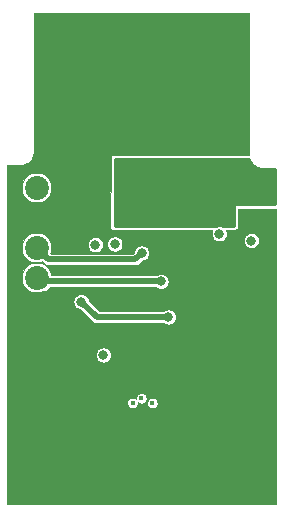
<source format=gbr>
%TF.GenerationSoftware,KiCad,Pcbnew,5.1.5-52549c5~84~ubuntu18.04.1*%
%TF.CreationDate,2020-02-04T01:27:03+01:00*%
%TF.ProjectId,HMC_RF_IPE,484d435f-5246-45f4-9950-452e6b696361,rev?*%
%TF.SameCoordinates,Original*%
%TF.FileFunction,Copper,L3,Inr*%
%TF.FilePolarity,Positive*%
%FSLAX46Y46*%
G04 Gerber Fmt 4.6, Leading zero omitted, Abs format (unit mm)*
G04 Created by KiCad (PCBNEW 5.1.5-52549c5~84~ubuntu18.04.1) date 2020-02-04 01:27:03*
%MOMM*%
%LPD*%
G04 APERTURE LIST*
%TA.AperFunction,ViaPad*%
%ADD10C,2.020000*%
%TD*%
%TA.AperFunction,ViaPad*%
%ADD11C,0.400000*%
%TD*%
%TA.AperFunction,ViaPad*%
%ADD12C,0.800000*%
%TD*%
%TA.AperFunction,Conductor*%
%ADD13C,0.510000*%
%TD*%
%TA.AperFunction,Conductor*%
%ADD14C,0.300000*%
%TD*%
%TA.AperFunction,Conductor*%
%ADD15C,0.254000*%
%TD*%
%TA.AperFunction,Conductor*%
%ADD16C,0.100000*%
%TD*%
G04 APERTURE END LIST*
D10*
%TO.N,+5V*%
%TO.C,J1*%
X133513410Y-71773200D03*
%TO.N,GND*%
X133513410Y-74313200D03*
%TO.N,Net-(J1-Pad3)*%
X133513410Y-76853200D03*
%TO.N,Net-(J1-Pad4)*%
X133513410Y-79393200D03*
%TD*%
D11*
%TO.N,GND*%
X142383410Y-92253200D03*
D12*
X136853410Y-71583200D03*
D11*
X141033410Y-90753200D03*
X144663410Y-90143200D03*
X140083410Y-90143200D03*
D12*
X131798410Y-83848200D03*
X131853410Y-81338200D03*
X132948410Y-83848200D03*
X132953410Y-81368200D03*
X136163410Y-81348200D03*
X153055410Y-75939200D03*
D11*
X148099874Y-89973200D03*
X147118186Y-89973200D03*
X146136498Y-89973200D03*
X145333410Y-89953200D03*
X147939874Y-89213200D03*
X146958186Y-89213200D03*
X145976498Y-89213200D03*
X145173410Y-89193200D03*
X139299874Y-89923200D03*
X138318186Y-89923200D03*
X137336498Y-89923200D03*
X136533410Y-89903200D03*
X139789874Y-89203200D03*
X138808186Y-89203200D03*
X137826498Y-89203200D03*
X137023410Y-89183200D03*
X139799874Y-86943200D03*
X138818186Y-86943200D03*
X147839874Y-86863200D03*
X146858186Y-86863200D03*
X145876498Y-86863200D03*
X145073410Y-86843200D03*
X136106036Y-94793200D03*
X137057880Y-94793200D03*
X138009723Y-94793200D03*
X138961566Y-94793200D03*
X145666036Y-94743200D03*
X146617880Y-94743200D03*
X147569723Y-94743200D03*
X148521566Y-94743200D03*
X132336036Y-86123200D03*
X133287880Y-86123200D03*
X134239723Y-86123200D03*
X135191566Y-86123200D03*
X132196036Y-98273200D03*
X133147880Y-98273200D03*
X134099723Y-98273200D03*
X135051566Y-98273200D03*
X149786036Y-98273200D03*
X150737880Y-98273200D03*
X151689723Y-98273200D03*
X152641566Y-98273200D03*
X149836036Y-86173200D03*
X150787880Y-86173200D03*
X151739723Y-86173200D03*
X152691566Y-86173200D03*
X138752402Y-60753000D03*
X137921002Y-60753000D03*
X137089601Y-60753000D03*
X136258201Y-60753000D03*
X135426800Y-60753000D03*
X134595400Y-60753000D03*
X133764000Y-60753000D03*
X138742402Y-65303000D03*
X137911002Y-65303000D03*
X137079601Y-65303000D03*
X136248201Y-65303000D03*
X135416800Y-65303000D03*
X134585400Y-65303000D03*
X133754000Y-65303000D03*
X151202402Y-65383000D03*
X150371002Y-65383000D03*
X149539601Y-65383000D03*
X148708201Y-65383000D03*
X147876800Y-65383000D03*
X147045400Y-65383000D03*
X146214000Y-65383000D03*
X151212402Y-60633000D03*
X150381002Y-60633000D03*
X149549601Y-60633000D03*
X148718201Y-60633000D03*
X147886800Y-60633000D03*
X147055400Y-60633000D03*
X146224000Y-60633000D03*
X143773410Y-93483200D03*
X141023410Y-93483200D03*
X144843410Y-91453200D03*
X144843410Y-90753200D03*
X143783410Y-90753200D03*
X151536624Y-94735200D03*
X153500000Y-94735200D03*
X149573249Y-94735200D03*
X151536624Y-89909200D03*
X153500000Y-89909200D03*
X149573249Y-89909200D03*
X133280506Y-94735200D03*
X131376820Y-94735200D03*
X135184193Y-94735200D03*
X133280506Y-89909200D03*
X131376820Y-89909200D03*
X135184193Y-89909200D03*
X144664811Y-94735200D03*
X139913410Y-94743200D03*
X142387410Y-95497200D03*
X140863410Y-95497200D03*
X141616811Y-95517200D03*
X143149410Y-95497200D03*
X143911410Y-95497200D03*
X143911410Y-94735200D03*
X140863410Y-94043200D03*
X141963410Y-92713200D03*
X142793410Y-92723200D03*
X142793410Y-91863200D03*
X141973410Y-91873200D03*
X143149410Y-94735200D03*
X142387410Y-94735200D03*
X141616811Y-94755200D03*
X140863410Y-94735200D03*
X143923410Y-94053200D03*
X132328663Y-93973200D03*
X133280506Y-93973200D03*
X134232350Y-93973200D03*
X135184193Y-93973200D03*
X136136036Y-93973200D03*
X137087880Y-93973200D03*
X138039723Y-93973200D03*
X138991566Y-93973200D03*
X131376820Y-93973200D03*
X139943410Y-93973200D03*
X138991566Y-90773200D03*
X138039723Y-90773200D03*
X137087880Y-90773200D03*
X136136036Y-90773200D03*
X135184193Y-90773200D03*
X134232350Y-90773200D03*
X133280506Y-90773200D03*
X132328663Y-90773200D03*
X139943410Y-90773200D03*
X131376820Y-90773200D03*
X145646498Y-93973200D03*
X146628186Y-93973200D03*
X147609874Y-93973200D03*
X148591561Y-93973200D03*
X149573249Y-93973200D03*
X150554937Y-93973200D03*
X151536624Y-93973200D03*
X152518312Y-93973200D03*
X144774811Y-93993200D03*
X153500000Y-93973200D03*
X152518312Y-90773200D03*
X151536624Y-90773200D03*
X150554937Y-90773200D03*
X149573249Y-90773200D03*
X148591561Y-90773200D03*
X147609874Y-90773200D03*
X146628186Y-90773200D03*
X145646498Y-90773200D03*
X153500000Y-90773200D03*
X132328663Y-93273200D03*
X133280506Y-93273200D03*
X134232350Y-93273200D03*
X135184193Y-93273200D03*
X136136036Y-93273200D03*
X137087880Y-93273200D03*
X138039723Y-93273200D03*
X138991566Y-93273200D03*
X131376820Y-93273200D03*
X138991566Y-91473200D03*
X138039723Y-91473200D03*
X137087880Y-91473200D03*
X136136036Y-91473200D03*
X135184193Y-91473200D03*
X134232350Y-91473200D03*
X133280506Y-91473200D03*
X132328663Y-91473200D03*
X139943410Y-91473200D03*
X131376820Y-91473200D03*
X145646498Y-93273200D03*
X146628186Y-93273200D03*
X147609874Y-93273200D03*
X148591561Y-93273200D03*
X149573249Y-93273200D03*
X150554937Y-93273200D03*
X151536624Y-93273200D03*
X152518312Y-93273200D03*
X144774811Y-93293200D03*
X139943410Y-93273200D03*
X153500000Y-93273200D03*
X152518312Y-91473200D03*
X151536624Y-91473200D03*
X150554937Y-91473200D03*
X149573249Y-91473200D03*
X148591561Y-91473200D03*
X147609874Y-91473200D03*
X146628186Y-91473200D03*
X145646498Y-91473200D03*
X153500000Y-91473200D03*
X134585400Y-64633000D03*
X135416800Y-64633000D03*
X136248201Y-64633000D03*
X137079601Y-64633000D03*
X137911002Y-64633000D03*
X138742402Y-64633000D03*
X139573803Y-64633000D03*
X140405203Y-64633000D03*
X141236604Y-64633000D03*
X142068004Y-64633000D03*
X142899405Y-64633000D03*
X143730805Y-64633000D03*
X144562206Y-64633000D03*
X145393606Y-64633000D03*
X146225007Y-64633000D03*
X147056407Y-64633000D03*
X147887808Y-64633000D03*
X148719208Y-64633000D03*
X149550609Y-64633000D03*
X150382009Y-64633000D03*
X133754000Y-64633000D03*
X151213410Y-64633000D03*
X150382009Y-61433000D03*
X149550609Y-61433000D03*
X148719208Y-61433000D03*
X147887808Y-61433000D03*
X147056407Y-61433000D03*
X146225007Y-61433000D03*
X145393606Y-61433000D03*
X144562206Y-61433000D03*
X143730805Y-61433000D03*
X142899405Y-61433000D03*
X142068004Y-61433000D03*
X141236604Y-61433000D03*
X140405203Y-61433000D03*
X139573803Y-61433000D03*
X138742402Y-61433000D03*
X137911002Y-61433000D03*
X137079601Y-61433000D03*
X136248201Y-61433000D03*
X135416800Y-61433000D03*
X134585400Y-61433000D03*
X151213410Y-61433000D03*
X133754000Y-61433000D03*
X134585400Y-63933000D03*
X135416800Y-63933000D03*
X136248201Y-63933000D03*
X137079601Y-63933000D03*
X137911002Y-63933000D03*
X138742402Y-63933000D03*
X139573803Y-63933000D03*
X140405203Y-63933000D03*
X141236604Y-63933000D03*
X142068004Y-63933000D03*
X142899405Y-63933000D03*
X143730805Y-63933000D03*
X144562206Y-63933000D03*
X145393606Y-63933000D03*
X146225007Y-63933000D03*
X147056407Y-63933000D03*
X147887808Y-63933000D03*
X148719208Y-63933000D03*
X149550609Y-63933000D03*
X150382009Y-63933000D03*
X133754000Y-63933000D03*
X151213410Y-63933000D03*
X150382009Y-62133000D03*
X149550609Y-62133000D03*
X148719208Y-62133000D03*
X147887808Y-62133000D03*
X147056407Y-62133000D03*
X146225007Y-62133000D03*
X145393606Y-62133000D03*
X144562206Y-62133000D03*
X143730805Y-62133000D03*
X142899405Y-62133000D03*
X142068004Y-62133000D03*
X141236604Y-62133000D03*
X140405203Y-62133000D03*
X139573803Y-62133000D03*
X138742402Y-62133000D03*
X137911002Y-62133000D03*
X137079601Y-62133000D03*
X136248201Y-62133000D03*
X135416800Y-62133000D03*
X134585400Y-62133000D03*
X151213410Y-62133000D03*
X133754000Y-62133000D03*
X137836498Y-86943200D03*
X137033410Y-86923200D03*
D12*
X150515410Y-75685200D03*
X152963410Y-78930700D03*
X152963410Y-80768200D03*
X152963410Y-82605700D03*
X152963410Y-84443200D03*
X144163410Y-80853200D03*
X131683410Y-76843200D03*
X131673410Y-78163200D03*
X131623410Y-79773200D03*
X133583410Y-69903200D03*
X131873410Y-70383200D03*
X135103410Y-72623200D03*
X135143410Y-73773200D03*
X131783410Y-72603200D03*
X131753410Y-74873200D03*
X135303410Y-71233200D03*
X139273410Y-74333200D03*
X135021410Y-75177200D03*
X144673410Y-77717200D03*
X142641410Y-75939200D03*
%TO.N,VSS*%
X151703410Y-76263200D03*
%TO.N,Net-(C10-Pad1)*%
X138493410Y-76613200D03*
%TO.N,Net-(J1-Pad4)*%
X144053410Y-79723200D03*
%TO.N,Net-(J1-Pad3)*%
X142413410Y-77323200D03*
%TO.N,Net-(R2-Pad2)*%
X139173410Y-85948200D03*
%TO.N,Net-(R3-Pad2)*%
X148991410Y-75685200D03*
D11*
%TO.N,/Control/I*%
X142393410Y-89613200D03*
D12*
%TO.N,Net-(C11-Pad1)*%
X137293410Y-81433200D03*
X144683410Y-82740199D03*
%TO.N,Net-(C13-Pad1)*%
X140143410Y-76543200D03*
D11*
%TO.N,Net-(C14-Pad1)*%
X141643410Y-90003200D03*
D12*
%TO.N,GNDS*%
X141819410Y-74433200D03*
X150848410Y-70348200D03*
X151823410Y-70348200D03*
X143149410Y-74415200D03*
X140723410Y-73399200D03*
X140733410Y-74433200D03*
X149193410Y-71613200D03*
X145663410Y-74683200D03*
X153198410Y-72323200D03*
X147623410Y-73073200D03*
D11*
%TO.N,Net-(C17-Pad1)*%
X143323410Y-90023200D03*
%TD*%
D13*
%TO.N,Net-(J1-Pad4)*%
X134153410Y-80033200D02*
X133513410Y-79393200D01*
X133843410Y-79723200D02*
X133513410Y-79393200D01*
X144053410Y-79723200D02*
X133843410Y-79723200D01*
D14*
%TO.N,Net-(J1-Pad3)*%
X133953410Y-77293200D02*
X133513410Y-76853200D01*
D13*
X134523409Y-77863199D02*
X133513410Y-76853200D01*
X141873411Y-77863199D02*
X134523409Y-77863199D01*
X142413410Y-77323200D02*
X141873411Y-77863199D01*
%TO.N,Net-(C11-Pad1)*%
X138600409Y-82740199D02*
X137293410Y-81433200D01*
X144683410Y-82740199D02*
X138600409Y-82740199D01*
%TD*%
D15*
%TO.N,GNDS*%
G36*
X151492925Y-69387958D02*
G01*
X151499429Y-69404435D01*
X151500895Y-69407245D01*
X151603315Y-69600359D01*
X151614684Y-69617510D01*
X151625809Y-69634813D01*
X151627792Y-69637285D01*
X151765770Y-69806828D01*
X151780258Y-69821448D01*
X151794530Y-69836258D01*
X151796949Y-69838292D01*
X151796954Y-69838297D01*
X151796959Y-69838301D01*
X151965237Y-69977811D01*
X151982286Y-69989337D01*
X151999164Y-70001093D01*
X152001939Y-70002623D01*
X152194114Y-70106792D01*
X152213019Y-70114762D01*
X152231917Y-70123042D01*
X152234936Y-70124003D01*
X152443684Y-70188863D01*
X152463812Y-70193017D01*
X152483924Y-70197461D01*
X152487071Y-70197817D01*
X152487073Y-70197817D01*
X152683078Y-70218627D01*
X152683904Y-70218877D01*
X152717256Y-70222163D01*
X153676410Y-70222193D01*
X153676410Y-73174932D01*
X150358398Y-73171200D01*
X150333619Y-73173612D01*
X150309786Y-73180813D01*
X150287816Y-73192524D01*
X150268554Y-73208296D01*
X150252738Y-73227524D01*
X150240977Y-73249467D01*
X150233723Y-73273283D01*
X150231257Y-73297535D01*
X150222237Y-75019737D01*
X150219160Y-75021012D01*
X149284387Y-75019656D01*
X149203468Y-74986138D01*
X149063013Y-74958200D01*
X148919807Y-74958200D01*
X148779352Y-74986138D01*
X148700478Y-75018809D01*
X140135911Y-75006385D01*
X140164911Y-69380286D01*
X151492925Y-69387958D01*
G37*
X151492925Y-69387958D02*
X151499429Y-69404435D01*
X151500895Y-69407245D01*
X151603315Y-69600359D01*
X151614684Y-69617510D01*
X151625809Y-69634813D01*
X151627792Y-69637285D01*
X151765770Y-69806828D01*
X151780258Y-69821448D01*
X151794530Y-69836258D01*
X151796949Y-69838292D01*
X151796954Y-69838297D01*
X151796959Y-69838301D01*
X151965237Y-69977811D01*
X151982286Y-69989337D01*
X151999164Y-70001093D01*
X152001939Y-70002623D01*
X152194114Y-70106792D01*
X152213019Y-70114762D01*
X152231917Y-70123042D01*
X152234936Y-70124003D01*
X152443684Y-70188863D01*
X152463812Y-70193017D01*
X152483924Y-70197461D01*
X152487071Y-70197817D01*
X152487073Y-70197817D01*
X152683078Y-70218627D01*
X152683904Y-70218877D01*
X152717256Y-70222163D01*
X153676410Y-70222193D01*
X153676410Y-73174932D01*
X150358398Y-73171200D01*
X150333619Y-73173612D01*
X150309786Y-73180813D01*
X150287816Y-73192524D01*
X150268554Y-73208296D01*
X150252738Y-73227524D01*
X150240977Y-73249467D01*
X150233723Y-73273283D01*
X150231257Y-73297535D01*
X150222237Y-75019737D01*
X150219160Y-75021012D01*
X149284387Y-75019656D01*
X149203468Y-74986138D01*
X149063013Y-74958200D01*
X148919807Y-74958200D01*
X148779352Y-74986138D01*
X148700478Y-75018809D01*
X140135911Y-75006385D01*
X140164911Y-69380286D01*
X151492925Y-69387958D01*
D16*
%TO.N,GND*%
G36*
X151416467Y-57001563D02*
G01*
X151418005Y-57002029D01*
X151424422Y-57002661D01*
X151434009Y-57005457D01*
X151436566Y-57006436D01*
X151436672Y-57006523D01*
X151445304Y-57011137D01*
X151445831Y-57011779D01*
X151451450Y-57016390D01*
X151451981Y-57016935D01*
X151455295Y-57020870D01*
X151456058Y-57022044D01*
X151462476Y-57032236D01*
X151463190Y-57033546D01*
X151463359Y-57033924D01*
X151463442Y-57034196D01*
X151463581Y-57035605D01*
X151466282Y-57044509D01*
X151467410Y-57053533D01*
X151467411Y-68865692D01*
X151467376Y-68873294D01*
X151467986Y-68879822D01*
X151467887Y-68886380D01*
X151468075Y-68888465D01*
X151479955Y-69010949D01*
X140038734Y-69003200D01*
X139991057Y-69007756D01*
X139944086Y-69021740D01*
X139900746Y-69044619D01*
X139862702Y-69075514D01*
X139831416Y-69113238D01*
X139808091Y-69156340D01*
X139793623Y-69203164D01*
X139788568Y-69251911D01*
X139758259Y-75131911D01*
X139762989Y-75181617D01*
X139777148Y-75228536D01*
X139800187Y-75271791D01*
X139831223Y-75309720D01*
X139869062Y-75340866D01*
X139912250Y-75364031D01*
X139959128Y-75378325D01*
X140007893Y-75383200D01*
X148407901Y-75395385D01*
X148366389Y-75495602D01*
X148341410Y-75621181D01*
X148341410Y-75749219D01*
X148366389Y-75874798D01*
X148415388Y-75993090D01*
X148486522Y-76099551D01*
X148577059Y-76190088D01*
X148683520Y-76261222D01*
X148801812Y-76310221D01*
X148927391Y-76335200D01*
X149055429Y-76335200D01*
X149181008Y-76310221D01*
X149299300Y-76261222D01*
X149392152Y-76199181D01*
X151053410Y-76199181D01*
X151053410Y-76327219D01*
X151078389Y-76452798D01*
X151127388Y-76571090D01*
X151198522Y-76677551D01*
X151289059Y-76768088D01*
X151395520Y-76839222D01*
X151513812Y-76888221D01*
X151639391Y-76913200D01*
X151767429Y-76913200D01*
X151893008Y-76888221D01*
X152011300Y-76839222D01*
X152117761Y-76768088D01*
X152208298Y-76677551D01*
X152279432Y-76571090D01*
X152328431Y-76452798D01*
X152353410Y-76327219D01*
X152353410Y-76199181D01*
X152328431Y-76073602D01*
X152279432Y-75955310D01*
X152208298Y-75848849D01*
X152117761Y-75758312D01*
X152011300Y-75687178D01*
X151893008Y-75638179D01*
X151767429Y-75613200D01*
X151639391Y-75613200D01*
X151513812Y-75638179D01*
X151395520Y-75687178D01*
X151289059Y-75758312D01*
X151198522Y-75848849D01*
X151127388Y-75955310D01*
X151078389Y-76073602D01*
X151053410Y-76199181D01*
X149392152Y-76199181D01*
X149405761Y-76190088D01*
X149496298Y-76099551D01*
X149567432Y-75993090D01*
X149616431Y-75874798D01*
X149641410Y-75749219D01*
X149641410Y-75621181D01*
X149616431Y-75495602D01*
X149575621Y-75397079D01*
X150348202Y-75398200D01*
X150396053Y-75393648D01*
X150443025Y-75379668D01*
X150486367Y-75356792D01*
X150524413Y-75325900D01*
X150555702Y-75288179D01*
X150579031Y-75245079D01*
X150593502Y-75198256D01*
X150598562Y-75149509D01*
X150606948Y-73548480D01*
X153753410Y-73552019D01*
X153753411Y-98574200D01*
X131043410Y-98574200D01*
X131043410Y-89958879D01*
X141193410Y-89958879D01*
X141193410Y-90047521D01*
X141210704Y-90134460D01*
X141244625Y-90216355D01*
X141293872Y-90290058D01*
X141356552Y-90352738D01*
X141430255Y-90401985D01*
X141512150Y-90435906D01*
X141599089Y-90453200D01*
X141687731Y-90453200D01*
X141774670Y-90435906D01*
X141856565Y-90401985D01*
X141930268Y-90352738D01*
X141992948Y-90290058D01*
X142042195Y-90216355D01*
X142076116Y-90134460D01*
X142093410Y-90047521D01*
X142093410Y-89958879D01*
X142091105Y-89947291D01*
X142106552Y-89962738D01*
X142180255Y-90011985D01*
X142262150Y-90045906D01*
X142349089Y-90063200D01*
X142437731Y-90063200D01*
X142524670Y-90045906D01*
X142606565Y-90011985D01*
X142656111Y-89978879D01*
X142873410Y-89978879D01*
X142873410Y-90067521D01*
X142890704Y-90154460D01*
X142924625Y-90236355D01*
X142973872Y-90310058D01*
X143036552Y-90372738D01*
X143110255Y-90421985D01*
X143192150Y-90455906D01*
X143279089Y-90473200D01*
X143367731Y-90473200D01*
X143454670Y-90455906D01*
X143536565Y-90421985D01*
X143610268Y-90372738D01*
X143672948Y-90310058D01*
X143722195Y-90236355D01*
X143756116Y-90154460D01*
X143773410Y-90067521D01*
X143773410Y-89978879D01*
X143756116Y-89891940D01*
X143722195Y-89810045D01*
X143672948Y-89736342D01*
X143610268Y-89673662D01*
X143536565Y-89624415D01*
X143454670Y-89590494D01*
X143367731Y-89573200D01*
X143279089Y-89573200D01*
X143192150Y-89590494D01*
X143110255Y-89624415D01*
X143036552Y-89673662D01*
X142973872Y-89736342D01*
X142924625Y-89810045D01*
X142890704Y-89891940D01*
X142873410Y-89978879D01*
X142656111Y-89978879D01*
X142680268Y-89962738D01*
X142742948Y-89900058D01*
X142792195Y-89826355D01*
X142826116Y-89744460D01*
X142843410Y-89657521D01*
X142843410Y-89568879D01*
X142826116Y-89481940D01*
X142792195Y-89400045D01*
X142742948Y-89326342D01*
X142680268Y-89263662D01*
X142606565Y-89214415D01*
X142524670Y-89180494D01*
X142437731Y-89163200D01*
X142349089Y-89163200D01*
X142262150Y-89180494D01*
X142180255Y-89214415D01*
X142106552Y-89263662D01*
X142043872Y-89326342D01*
X141994625Y-89400045D01*
X141960704Y-89481940D01*
X141943410Y-89568879D01*
X141943410Y-89657521D01*
X141945715Y-89669109D01*
X141930268Y-89653662D01*
X141856565Y-89604415D01*
X141774670Y-89570494D01*
X141687731Y-89553200D01*
X141599089Y-89553200D01*
X141512150Y-89570494D01*
X141430255Y-89604415D01*
X141356552Y-89653662D01*
X141293872Y-89716342D01*
X141244625Y-89790045D01*
X141210704Y-89871940D01*
X141193410Y-89958879D01*
X131043410Y-89958879D01*
X131043410Y-85884181D01*
X138523410Y-85884181D01*
X138523410Y-86012219D01*
X138548389Y-86137798D01*
X138597388Y-86256090D01*
X138668522Y-86362551D01*
X138759059Y-86453088D01*
X138865520Y-86524222D01*
X138983812Y-86573221D01*
X139109391Y-86598200D01*
X139237429Y-86598200D01*
X139363008Y-86573221D01*
X139481300Y-86524222D01*
X139587761Y-86453088D01*
X139678298Y-86362551D01*
X139749432Y-86256090D01*
X139798431Y-86137798D01*
X139823410Y-86012219D01*
X139823410Y-85884181D01*
X139798431Y-85758602D01*
X139749432Y-85640310D01*
X139678298Y-85533849D01*
X139587761Y-85443312D01*
X139481300Y-85372178D01*
X139363008Y-85323179D01*
X139237429Y-85298200D01*
X139109391Y-85298200D01*
X138983812Y-85323179D01*
X138865520Y-85372178D01*
X138759059Y-85443312D01*
X138668522Y-85533849D01*
X138597388Y-85640310D01*
X138548389Y-85758602D01*
X138523410Y-85884181D01*
X131043410Y-85884181D01*
X131043410Y-81369181D01*
X136643410Y-81369181D01*
X136643410Y-81497219D01*
X136668389Y-81622798D01*
X136717388Y-81741090D01*
X136788522Y-81847551D01*
X136879059Y-81938088D01*
X136985520Y-82009222D01*
X137103812Y-82058221D01*
X137229194Y-82083161D01*
X138225781Y-83079748D01*
X138241593Y-83099015D01*
X138260860Y-83114827D01*
X138318488Y-83162122D01*
X138406219Y-83209015D01*
X138501412Y-83237892D01*
X138575604Y-83245199D01*
X138575614Y-83245199D01*
X138600409Y-83247641D01*
X138625204Y-83245199D01*
X144269227Y-83245199D01*
X144375520Y-83316221D01*
X144493812Y-83365220D01*
X144619391Y-83390199D01*
X144747429Y-83390199D01*
X144873008Y-83365220D01*
X144991300Y-83316221D01*
X145097761Y-83245087D01*
X145188298Y-83154550D01*
X145259432Y-83048089D01*
X145308431Y-82929797D01*
X145333410Y-82804218D01*
X145333410Y-82676180D01*
X145308431Y-82550601D01*
X145259432Y-82432309D01*
X145188298Y-82325848D01*
X145097761Y-82235311D01*
X144991300Y-82164177D01*
X144873008Y-82115178D01*
X144747429Y-82090199D01*
X144619391Y-82090199D01*
X144493812Y-82115178D01*
X144375520Y-82164177D01*
X144269227Y-82235199D01*
X138809586Y-82235199D01*
X137943371Y-81368984D01*
X137918431Y-81243602D01*
X137869432Y-81125310D01*
X137798298Y-81018849D01*
X137707761Y-80928312D01*
X137601300Y-80857178D01*
X137483008Y-80808179D01*
X137357429Y-80783200D01*
X137229391Y-80783200D01*
X137103812Y-80808179D01*
X136985520Y-80857178D01*
X136879059Y-80928312D01*
X136788522Y-81018849D01*
X136717388Y-81125310D01*
X136668389Y-81243602D01*
X136643410Y-81369181D01*
X131043410Y-81369181D01*
X131043410Y-79269101D01*
X132253410Y-79269101D01*
X132253410Y-79517299D01*
X132301831Y-79760729D01*
X132396812Y-79990034D01*
X132534704Y-80196403D01*
X132710207Y-80371906D01*
X132916576Y-80509798D01*
X133145881Y-80604779D01*
X133389311Y-80653200D01*
X133637509Y-80653200D01*
X133880939Y-80604779D01*
X134058376Y-80531282D01*
X134153410Y-80540642D01*
X134252407Y-80530892D01*
X134347600Y-80502016D01*
X134435330Y-80455123D01*
X134512226Y-80392016D01*
X134575333Y-80315120D01*
X134621793Y-80228200D01*
X143639227Y-80228200D01*
X143745520Y-80299222D01*
X143863812Y-80348221D01*
X143989391Y-80373200D01*
X144117429Y-80373200D01*
X144243008Y-80348221D01*
X144361300Y-80299222D01*
X144467761Y-80228088D01*
X144558298Y-80137551D01*
X144629432Y-80031090D01*
X144678431Y-79912798D01*
X144703410Y-79787219D01*
X144703410Y-79659181D01*
X144678431Y-79533602D01*
X144629432Y-79415310D01*
X144558298Y-79308849D01*
X144467761Y-79218312D01*
X144361300Y-79147178D01*
X144243008Y-79098179D01*
X144117429Y-79073200D01*
X143989391Y-79073200D01*
X143863812Y-79098179D01*
X143745520Y-79147178D01*
X143639227Y-79218200D01*
X134763285Y-79218200D01*
X134724989Y-79025671D01*
X134630008Y-78796366D01*
X134492116Y-78589997D01*
X134316613Y-78414494D01*
X134110244Y-78276602D01*
X133880939Y-78181621D01*
X133637509Y-78133200D01*
X133389311Y-78133200D01*
X133145881Y-78181621D01*
X132916576Y-78276602D01*
X132710207Y-78414494D01*
X132534704Y-78589997D01*
X132396812Y-78796366D01*
X132301831Y-79025671D01*
X132253410Y-79269101D01*
X131043410Y-79269101D01*
X131043410Y-76729101D01*
X132253410Y-76729101D01*
X132253410Y-76977299D01*
X132301831Y-77220729D01*
X132396812Y-77450034D01*
X132534704Y-77656403D01*
X132710207Y-77831906D01*
X132916576Y-77969798D01*
X133145881Y-78064779D01*
X133389311Y-78113200D01*
X133637509Y-78113200D01*
X133880939Y-78064779D01*
X133972773Y-78026740D01*
X134148785Y-78202753D01*
X134164593Y-78222015D01*
X134183855Y-78237823D01*
X134183859Y-78237827D01*
X134241488Y-78285122D01*
X134288381Y-78310186D01*
X134329219Y-78332015D01*
X134424412Y-78360892D01*
X134498604Y-78368199D01*
X134498616Y-78368199D01*
X134523408Y-78370641D01*
X134548200Y-78368199D01*
X141848616Y-78368199D01*
X141873411Y-78370641D01*
X141898206Y-78368199D01*
X141898216Y-78368199D01*
X141972408Y-78360892D01*
X142067601Y-78332015D01*
X142155331Y-78285122D01*
X142232227Y-78222015D01*
X142248039Y-78202748D01*
X142477627Y-77973161D01*
X142603008Y-77948221D01*
X142721300Y-77899222D01*
X142827761Y-77828088D01*
X142918298Y-77737551D01*
X142989432Y-77631090D01*
X143038431Y-77512798D01*
X143063410Y-77387219D01*
X143063410Y-77259181D01*
X143038431Y-77133602D01*
X142989432Y-77015310D01*
X142918298Y-76908849D01*
X142827761Y-76818312D01*
X142721300Y-76747178D01*
X142603008Y-76698179D01*
X142477429Y-76673200D01*
X142349391Y-76673200D01*
X142223812Y-76698179D01*
X142105520Y-76747178D01*
X141999059Y-76818312D01*
X141908522Y-76908849D01*
X141837388Y-77015310D01*
X141788389Y-77133602D01*
X141763449Y-77258983D01*
X141664234Y-77358199D01*
X134732587Y-77358199D01*
X134686950Y-77312563D01*
X134724989Y-77220729D01*
X134773410Y-76977299D01*
X134773410Y-76729101D01*
X134737622Y-76549181D01*
X137843410Y-76549181D01*
X137843410Y-76677219D01*
X137868389Y-76802798D01*
X137917388Y-76921090D01*
X137988522Y-77027551D01*
X138079059Y-77118088D01*
X138185520Y-77189222D01*
X138303812Y-77238221D01*
X138429391Y-77263200D01*
X138557429Y-77263200D01*
X138683008Y-77238221D01*
X138801300Y-77189222D01*
X138907761Y-77118088D01*
X138998298Y-77027551D01*
X139069432Y-76921090D01*
X139118431Y-76802798D01*
X139143410Y-76677219D01*
X139143410Y-76549181D01*
X139129487Y-76479181D01*
X139493410Y-76479181D01*
X139493410Y-76607219D01*
X139518389Y-76732798D01*
X139567388Y-76851090D01*
X139638522Y-76957551D01*
X139729059Y-77048088D01*
X139835520Y-77119222D01*
X139953812Y-77168221D01*
X140079391Y-77193200D01*
X140207429Y-77193200D01*
X140333008Y-77168221D01*
X140451300Y-77119222D01*
X140557761Y-77048088D01*
X140648298Y-76957551D01*
X140719432Y-76851090D01*
X140768431Y-76732798D01*
X140793410Y-76607219D01*
X140793410Y-76479181D01*
X140768431Y-76353602D01*
X140719432Y-76235310D01*
X140648298Y-76128849D01*
X140557761Y-76038312D01*
X140451300Y-75967178D01*
X140333008Y-75918179D01*
X140207429Y-75893200D01*
X140079391Y-75893200D01*
X139953812Y-75918179D01*
X139835520Y-75967178D01*
X139729059Y-76038312D01*
X139638522Y-76128849D01*
X139567388Y-76235310D01*
X139518389Y-76353602D01*
X139493410Y-76479181D01*
X139129487Y-76479181D01*
X139118431Y-76423602D01*
X139069432Y-76305310D01*
X138998298Y-76198849D01*
X138907761Y-76108312D01*
X138801300Y-76037178D01*
X138683008Y-75988179D01*
X138557429Y-75963200D01*
X138429391Y-75963200D01*
X138303812Y-75988179D01*
X138185520Y-76037178D01*
X138079059Y-76108312D01*
X137988522Y-76198849D01*
X137917388Y-76305310D01*
X137868389Y-76423602D01*
X137843410Y-76549181D01*
X134737622Y-76549181D01*
X134724989Y-76485671D01*
X134630008Y-76256366D01*
X134492116Y-76049997D01*
X134316613Y-75874494D01*
X134110244Y-75736602D01*
X133880939Y-75641621D01*
X133637509Y-75593200D01*
X133389311Y-75593200D01*
X133145881Y-75641621D01*
X132916576Y-75736602D01*
X132710207Y-75874494D01*
X132534704Y-76049997D01*
X132396812Y-76256366D01*
X132301831Y-76485671D01*
X132253410Y-76729101D01*
X131043410Y-76729101D01*
X131043410Y-71649101D01*
X132253410Y-71649101D01*
X132253410Y-71897299D01*
X132301831Y-72140729D01*
X132396812Y-72370034D01*
X132534704Y-72576403D01*
X132710207Y-72751906D01*
X132916576Y-72889798D01*
X133145881Y-72984779D01*
X133389311Y-73033200D01*
X133637509Y-73033200D01*
X133880939Y-72984779D01*
X134110244Y-72889798D01*
X134316613Y-72751906D01*
X134492116Y-72576403D01*
X134630008Y-72370034D01*
X134724989Y-72140729D01*
X134773410Y-71897299D01*
X134773410Y-71649101D01*
X134724989Y-71405671D01*
X134630008Y-71176366D01*
X134492116Y-70969997D01*
X134316613Y-70794494D01*
X134110244Y-70656602D01*
X133880939Y-70561621D01*
X133637509Y-70513200D01*
X133389311Y-70513200D01*
X133145881Y-70561621D01*
X132916576Y-70656602D01*
X132710207Y-70794494D01*
X132534704Y-70969997D01*
X132396812Y-71176366D01*
X132301831Y-71405671D01*
X132253410Y-71649101D01*
X131043410Y-71649101D01*
X131043410Y-69887195D01*
X132049992Y-69887163D01*
X132057540Y-69887198D01*
X132064068Y-69886588D01*
X132070626Y-69886687D01*
X132072711Y-69886499D01*
X132290283Y-69865397D01*
X132303620Y-69862771D01*
X132316997Y-69860330D01*
X132319007Y-69859741D01*
X132528335Y-69796782D01*
X132540921Y-69791610D01*
X132553556Y-69786622D01*
X132555413Y-69785654D01*
X132748527Y-69683234D01*
X132759855Y-69675725D01*
X132771294Y-69668370D01*
X132772928Y-69667060D01*
X132942471Y-69529082D01*
X132952168Y-69519472D01*
X132961917Y-69510077D01*
X132963265Y-69508475D01*
X133102779Y-69340193D01*
X133110416Y-69328896D01*
X133118163Y-69317774D01*
X133119174Y-69315940D01*
X133223344Y-69123766D01*
X133228635Y-69111217D01*
X133234081Y-69098786D01*
X133234717Y-69096791D01*
X133299577Y-68888043D01*
X133302327Y-68874715D01*
X133305258Y-68861452D01*
X133305494Y-68859371D01*
X133327073Y-68656115D01*
X133327239Y-68655569D01*
X133329410Y-68633525D01*
X133329410Y-57055164D01*
X133329772Y-57052143D01*
X133330239Y-57050605D01*
X133330871Y-57044188D01*
X133333667Y-57034601D01*
X133334646Y-57032044D01*
X133334733Y-57031938D01*
X133339347Y-57023306D01*
X133339989Y-57022779D01*
X133344602Y-57017158D01*
X133345141Y-57016632D01*
X133349073Y-57013321D01*
X133350247Y-57012557D01*
X133360489Y-57006110D01*
X133361750Y-57005423D01*
X133362139Y-57005249D01*
X133362406Y-57005168D01*
X133363815Y-57005029D01*
X133372719Y-57002328D01*
X133381743Y-57001200D01*
X151413446Y-57001200D01*
X151416467Y-57001563D01*
G37*
X151416467Y-57001563D02*
X151418005Y-57002029D01*
X151424422Y-57002661D01*
X151434009Y-57005457D01*
X151436566Y-57006436D01*
X151436672Y-57006523D01*
X151445304Y-57011137D01*
X151445831Y-57011779D01*
X151451450Y-57016390D01*
X151451981Y-57016935D01*
X151455295Y-57020870D01*
X151456058Y-57022044D01*
X151462476Y-57032236D01*
X151463190Y-57033546D01*
X151463359Y-57033924D01*
X151463442Y-57034196D01*
X151463581Y-57035605D01*
X151466282Y-57044509D01*
X151467410Y-57053533D01*
X151467411Y-68865692D01*
X151467376Y-68873294D01*
X151467986Y-68879822D01*
X151467887Y-68886380D01*
X151468075Y-68888465D01*
X151479955Y-69010949D01*
X140038734Y-69003200D01*
X139991057Y-69007756D01*
X139944086Y-69021740D01*
X139900746Y-69044619D01*
X139862702Y-69075514D01*
X139831416Y-69113238D01*
X139808091Y-69156340D01*
X139793623Y-69203164D01*
X139788568Y-69251911D01*
X139758259Y-75131911D01*
X139762989Y-75181617D01*
X139777148Y-75228536D01*
X139800187Y-75271791D01*
X139831223Y-75309720D01*
X139869062Y-75340866D01*
X139912250Y-75364031D01*
X139959128Y-75378325D01*
X140007893Y-75383200D01*
X148407901Y-75395385D01*
X148366389Y-75495602D01*
X148341410Y-75621181D01*
X148341410Y-75749219D01*
X148366389Y-75874798D01*
X148415388Y-75993090D01*
X148486522Y-76099551D01*
X148577059Y-76190088D01*
X148683520Y-76261222D01*
X148801812Y-76310221D01*
X148927391Y-76335200D01*
X149055429Y-76335200D01*
X149181008Y-76310221D01*
X149299300Y-76261222D01*
X149392152Y-76199181D01*
X151053410Y-76199181D01*
X151053410Y-76327219D01*
X151078389Y-76452798D01*
X151127388Y-76571090D01*
X151198522Y-76677551D01*
X151289059Y-76768088D01*
X151395520Y-76839222D01*
X151513812Y-76888221D01*
X151639391Y-76913200D01*
X151767429Y-76913200D01*
X151893008Y-76888221D01*
X152011300Y-76839222D01*
X152117761Y-76768088D01*
X152208298Y-76677551D01*
X152279432Y-76571090D01*
X152328431Y-76452798D01*
X152353410Y-76327219D01*
X152353410Y-76199181D01*
X152328431Y-76073602D01*
X152279432Y-75955310D01*
X152208298Y-75848849D01*
X152117761Y-75758312D01*
X152011300Y-75687178D01*
X151893008Y-75638179D01*
X151767429Y-75613200D01*
X151639391Y-75613200D01*
X151513812Y-75638179D01*
X151395520Y-75687178D01*
X151289059Y-75758312D01*
X151198522Y-75848849D01*
X151127388Y-75955310D01*
X151078389Y-76073602D01*
X151053410Y-76199181D01*
X149392152Y-76199181D01*
X149405761Y-76190088D01*
X149496298Y-76099551D01*
X149567432Y-75993090D01*
X149616431Y-75874798D01*
X149641410Y-75749219D01*
X149641410Y-75621181D01*
X149616431Y-75495602D01*
X149575621Y-75397079D01*
X150348202Y-75398200D01*
X150396053Y-75393648D01*
X150443025Y-75379668D01*
X150486367Y-75356792D01*
X150524413Y-75325900D01*
X150555702Y-75288179D01*
X150579031Y-75245079D01*
X150593502Y-75198256D01*
X150598562Y-75149509D01*
X150606948Y-73548480D01*
X153753410Y-73552019D01*
X153753411Y-98574200D01*
X131043410Y-98574200D01*
X131043410Y-89958879D01*
X141193410Y-89958879D01*
X141193410Y-90047521D01*
X141210704Y-90134460D01*
X141244625Y-90216355D01*
X141293872Y-90290058D01*
X141356552Y-90352738D01*
X141430255Y-90401985D01*
X141512150Y-90435906D01*
X141599089Y-90453200D01*
X141687731Y-90453200D01*
X141774670Y-90435906D01*
X141856565Y-90401985D01*
X141930268Y-90352738D01*
X141992948Y-90290058D01*
X142042195Y-90216355D01*
X142076116Y-90134460D01*
X142093410Y-90047521D01*
X142093410Y-89958879D01*
X142091105Y-89947291D01*
X142106552Y-89962738D01*
X142180255Y-90011985D01*
X142262150Y-90045906D01*
X142349089Y-90063200D01*
X142437731Y-90063200D01*
X142524670Y-90045906D01*
X142606565Y-90011985D01*
X142656111Y-89978879D01*
X142873410Y-89978879D01*
X142873410Y-90067521D01*
X142890704Y-90154460D01*
X142924625Y-90236355D01*
X142973872Y-90310058D01*
X143036552Y-90372738D01*
X143110255Y-90421985D01*
X143192150Y-90455906D01*
X143279089Y-90473200D01*
X143367731Y-90473200D01*
X143454670Y-90455906D01*
X143536565Y-90421985D01*
X143610268Y-90372738D01*
X143672948Y-90310058D01*
X143722195Y-90236355D01*
X143756116Y-90154460D01*
X143773410Y-90067521D01*
X143773410Y-89978879D01*
X143756116Y-89891940D01*
X143722195Y-89810045D01*
X143672948Y-89736342D01*
X143610268Y-89673662D01*
X143536565Y-89624415D01*
X143454670Y-89590494D01*
X143367731Y-89573200D01*
X143279089Y-89573200D01*
X143192150Y-89590494D01*
X143110255Y-89624415D01*
X143036552Y-89673662D01*
X142973872Y-89736342D01*
X142924625Y-89810045D01*
X142890704Y-89891940D01*
X142873410Y-89978879D01*
X142656111Y-89978879D01*
X142680268Y-89962738D01*
X142742948Y-89900058D01*
X142792195Y-89826355D01*
X142826116Y-89744460D01*
X142843410Y-89657521D01*
X142843410Y-89568879D01*
X142826116Y-89481940D01*
X142792195Y-89400045D01*
X142742948Y-89326342D01*
X142680268Y-89263662D01*
X142606565Y-89214415D01*
X142524670Y-89180494D01*
X142437731Y-89163200D01*
X142349089Y-89163200D01*
X142262150Y-89180494D01*
X142180255Y-89214415D01*
X142106552Y-89263662D01*
X142043872Y-89326342D01*
X141994625Y-89400045D01*
X141960704Y-89481940D01*
X141943410Y-89568879D01*
X141943410Y-89657521D01*
X141945715Y-89669109D01*
X141930268Y-89653662D01*
X141856565Y-89604415D01*
X141774670Y-89570494D01*
X141687731Y-89553200D01*
X141599089Y-89553200D01*
X141512150Y-89570494D01*
X141430255Y-89604415D01*
X141356552Y-89653662D01*
X141293872Y-89716342D01*
X141244625Y-89790045D01*
X141210704Y-89871940D01*
X141193410Y-89958879D01*
X131043410Y-89958879D01*
X131043410Y-85884181D01*
X138523410Y-85884181D01*
X138523410Y-86012219D01*
X138548389Y-86137798D01*
X138597388Y-86256090D01*
X138668522Y-86362551D01*
X138759059Y-86453088D01*
X138865520Y-86524222D01*
X138983812Y-86573221D01*
X139109391Y-86598200D01*
X139237429Y-86598200D01*
X139363008Y-86573221D01*
X139481300Y-86524222D01*
X139587761Y-86453088D01*
X139678298Y-86362551D01*
X139749432Y-86256090D01*
X139798431Y-86137798D01*
X139823410Y-86012219D01*
X139823410Y-85884181D01*
X139798431Y-85758602D01*
X139749432Y-85640310D01*
X139678298Y-85533849D01*
X139587761Y-85443312D01*
X139481300Y-85372178D01*
X139363008Y-85323179D01*
X139237429Y-85298200D01*
X139109391Y-85298200D01*
X138983812Y-85323179D01*
X138865520Y-85372178D01*
X138759059Y-85443312D01*
X138668522Y-85533849D01*
X138597388Y-85640310D01*
X138548389Y-85758602D01*
X138523410Y-85884181D01*
X131043410Y-85884181D01*
X131043410Y-81369181D01*
X136643410Y-81369181D01*
X136643410Y-81497219D01*
X136668389Y-81622798D01*
X136717388Y-81741090D01*
X136788522Y-81847551D01*
X136879059Y-81938088D01*
X136985520Y-82009222D01*
X137103812Y-82058221D01*
X137229194Y-82083161D01*
X138225781Y-83079748D01*
X138241593Y-83099015D01*
X138260860Y-83114827D01*
X138318488Y-83162122D01*
X138406219Y-83209015D01*
X138501412Y-83237892D01*
X138575604Y-83245199D01*
X138575614Y-83245199D01*
X138600409Y-83247641D01*
X138625204Y-83245199D01*
X144269227Y-83245199D01*
X144375520Y-83316221D01*
X144493812Y-83365220D01*
X144619391Y-83390199D01*
X144747429Y-83390199D01*
X144873008Y-83365220D01*
X144991300Y-83316221D01*
X145097761Y-83245087D01*
X145188298Y-83154550D01*
X145259432Y-83048089D01*
X145308431Y-82929797D01*
X145333410Y-82804218D01*
X145333410Y-82676180D01*
X145308431Y-82550601D01*
X145259432Y-82432309D01*
X145188298Y-82325848D01*
X145097761Y-82235311D01*
X144991300Y-82164177D01*
X144873008Y-82115178D01*
X144747429Y-82090199D01*
X144619391Y-82090199D01*
X144493812Y-82115178D01*
X144375520Y-82164177D01*
X144269227Y-82235199D01*
X138809586Y-82235199D01*
X137943371Y-81368984D01*
X137918431Y-81243602D01*
X137869432Y-81125310D01*
X137798298Y-81018849D01*
X137707761Y-80928312D01*
X137601300Y-80857178D01*
X137483008Y-80808179D01*
X137357429Y-80783200D01*
X137229391Y-80783200D01*
X137103812Y-80808179D01*
X136985520Y-80857178D01*
X136879059Y-80928312D01*
X136788522Y-81018849D01*
X136717388Y-81125310D01*
X136668389Y-81243602D01*
X136643410Y-81369181D01*
X131043410Y-81369181D01*
X131043410Y-79269101D01*
X132253410Y-79269101D01*
X132253410Y-79517299D01*
X132301831Y-79760729D01*
X132396812Y-79990034D01*
X132534704Y-80196403D01*
X132710207Y-80371906D01*
X132916576Y-80509798D01*
X133145881Y-80604779D01*
X133389311Y-80653200D01*
X133637509Y-80653200D01*
X133880939Y-80604779D01*
X134058376Y-80531282D01*
X134153410Y-80540642D01*
X134252407Y-80530892D01*
X134347600Y-80502016D01*
X134435330Y-80455123D01*
X134512226Y-80392016D01*
X134575333Y-80315120D01*
X134621793Y-80228200D01*
X143639227Y-80228200D01*
X143745520Y-80299222D01*
X143863812Y-80348221D01*
X143989391Y-80373200D01*
X144117429Y-80373200D01*
X144243008Y-80348221D01*
X144361300Y-80299222D01*
X144467761Y-80228088D01*
X144558298Y-80137551D01*
X144629432Y-80031090D01*
X144678431Y-79912798D01*
X144703410Y-79787219D01*
X144703410Y-79659181D01*
X144678431Y-79533602D01*
X144629432Y-79415310D01*
X144558298Y-79308849D01*
X144467761Y-79218312D01*
X144361300Y-79147178D01*
X144243008Y-79098179D01*
X144117429Y-79073200D01*
X143989391Y-79073200D01*
X143863812Y-79098179D01*
X143745520Y-79147178D01*
X143639227Y-79218200D01*
X134763285Y-79218200D01*
X134724989Y-79025671D01*
X134630008Y-78796366D01*
X134492116Y-78589997D01*
X134316613Y-78414494D01*
X134110244Y-78276602D01*
X133880939Y-78181621D01*
X133637509Y-78133200D01*
X133389311Y-78133200D01*
X133145881Y-78181621D01*
X132916576Y-78276602D01*
X132710207Y-78414494D01*
X132534704Y-78589997D01*
X132396812Y-78796366D01*
X132301831Y-79025671D01*
X132253410Y-79269101D01*
X131043410Y-79269101D01*
X131043410Y-76729101D01*
X132253410Y-76729101D01*
X132253410Y-76977299D01*
X132301831Y-77220729D01*
X132396812Y-77450034D01*
X132534704Y-77656403D01*
X132710207Y-77831906D01*
X132916576Y-77969798D01*
X133145881Y-78064779D01*
X133389311Y-78113200D01*
X133637509Y-78113200D01*
X133880939Y-78064779D01*
X133972773Y-78026740D01*
X134148785Y-78202753D01*
X134164593Y-78222015D01*
X134183855Y-78237823D01*
X134183859Y-78237827D01*
X134241488Y-78285122D01*
X134288381Y-78310186D01*
X134329219Y-78332015D01*
X134424412Y-78360892D01*
X134498604Y-78368199D01*
X134498616Y-78368199D01*
X134523408Y-78370641D01*
X134548200Y-78368199D01*
X141848616Y-78368199D01*
X141873411Y-78370641D01*
X141898206Y-78368199D01*
X141898216Y-78368199D01*
X141972408Y-78360892D01*
X142067601Y-78332015D01*
X142155331Y-78285122D01*
X142232227Y-78222015D01*
X142248039Y-78202748D01*
X142477627Y-77973161D01*
X142603008Y-77948221D01*
X142721300Y-77899222D01*
X142827761Y-77828088D01*
X142918298Y-77737551D01*
X142989432Y-77631090D01*
X143038431Y-77512798D01*
X143063410Y-77387219D01*
X143063410Y-77259181D01*
X143038431Y-77133602D01*
X142989432Y-77015310D01*
X142918298Y-76908849D01*
X142827761Y-76818312D01*
X142721300Y-76747178D01*
X142603008Y-76698179D01*
X142477429Y-76673200D01*
X142349391Y-76673200D01*
X142223812Y-76698179D01*
X142105520Y-76747178D01*
X141999059Y-76818312D01*
X141908522Y-76908849D01*
X141837388Y-77015310D01*
X141788389Y-77133602D01*
X141763449Y-77258983D01*
X141664234Y-77358199D01*
X134732587Y-77358199D01*
X134686950Y-77312563D01*
X134724989Y-77220729D01*
X134773410Y-76977299D01*
X134773410Y-76729101D01*
X134737622Y-76549181D01*
X137843410Y-76549181D01*
X137843410Y-76677219D01*
X137868389Y-76802798D01*
X137917388Y-76921090D01*
X137988522Y-77027551D01*
X138079059Y-77118088D01*
X138185520Y-77189222D01*
X138303812Y-77238221D01*
X138429391Y-77263200D01*
X138557429Y-77263200D01*
X138683008Y-77238221D01*
X138801300Y-77189222D01*
X138907761Y-77118088D01*
X138998298Y-77027551D01*
X139069432Y-76921090D01*
X139118431Y-76802798D01*
X139143410Y-76677219D01*
X139143410Y-76549181D01*
X139129487Y-76479181D01*
X139493410Y-76479181D01*
X139493410Y-76607219D01*
X139518389Y-76732798D01*
X139567388Y-76851090D01*
X139638522Y-76957551D01*
X139729059Y-77048088D01*
X139835520Y-77119222D01*
X139953812Y-77168221D01*
X140079391Y-77193200D01*
X140207429Y-77193200D01*
X140333008Y-77168221D01*
X140451300Y-77119222D01*
X140557761Y-77048088D01*
X140648298Y-76957551D01*
X140719432Y-76851090D01*
X140768431Y-76732798D01*
X140793410Y-76607219D01*
X140793410Y-76479181D01*
X140768431Y-76353602D01*
X140719432Y-76235310D01*
X140648298Y-76128849D01*
X140557761Y-76038312D01*
X140451300Y-75967178D01*
X140333008Y-75918179D01*
X140207429Y-75893200D01*
X140079391Y-75893200D01*
X139953812Y-75918179D01*
X139835520Y-75967178D01*
X139729059Y-76038312D01*
X139638522Y-76128849D01*
X139567388Y-76235310D01*
X139518389Y-76353602D01*
X139493410Y-76479181D01*
X139129487Y-76479181D01*
X139118431Y-76423602D01*
X139069432Y-76305310D01*
X138998298Y-76198849D01*
X138907761Y-76108312D01*
X138801300Y-76037178D01*
X138683008Y-75988179D01*
X138557429Y-75963200D01*
X138429391Y-75963200D01*
X138303812Y-75988179D01*
X138185520Y-76037178D01*
X138079059Y-76108312D01*
X137988522Y-76198849D01*
X137917388Y-76305310D01*
X137868389Y-76423602D01*
X137843410Y-76549181D01*
X134737622Y-76549181D01*
X134724989Y-76485671D01*
X134630008Y-76256366D01*
X134492116Y-76049997D01*
X134316613Y-75874494D01*
X134110244Y-75736602D01*
X133880939Y-75641621D01*
X133637509Y-75593200D01*
X133389311Y-75593200D01*
X133145881Y-75641621D01*
X132916576Y-75736602D01*
X132710207Y-75874494D01*
X132534704Y-76049997D01*
X132396812Y-76256366D01*
X132301831Y-76485671D01*
X132253410Y-76729101D01*
X131043410Y-76729101D01*
X131043410Y-71649101D01*
X132253410Y-71649101D01*
X132253410Y-71897299D01*
X132301831Y-72140729D01*
X132396812Y-72370034D01*
X132534704Y-72576403D01*
X132710207Y-72751906D01*
X132916576Y-72889798D01*
X133145881Y-72984779D01*
X133389311Y-73033200D01*
X133637509Y-73033200D01*
X133880939Y-72984779D01*
X134110244Y-72889798D01*
X134316613Y-72751906D01*
X134492116Y-72576403D01*
X134630008Y-72370034D01*
X134724989Y-72140729D01*
X134773410Y-71897299D01*
X134773410Y-71649101D01*
X134724989Y-71405671D01*
X134630008Y-71176366D01*
X134492116Y-70969997D01*
X134316613Y-70794494D01*
X134110244Y-70656602D01*
X133880939Y-70561621D01*
X133637509Y-70513200D01*
X133389311Y-70513200D01*
X133145881Y-70561621D01*
X132916576Y-70656602D01*
X132710207Y-70794494D01*
X132534704Y-70969997D01*
X132396812Y-71176366D01*
X132301831Y-71405671D01*
X132253410Y-71649101D01*
X131043410Y-71649101D01*
X131043410Y-69887195D01*
X132049992Y-69887163D01*
X132057540Y-69887198D01*
X132064068Y-69886588D01*
X132070626Y-69886687D01*
X132072711Y-69886499D01*
X132290283Y-69865397D01*
X132303620Y-69862771D01*
X132316997Y-69860330D01*
X132319007Y-69859741D01*
X132528335Y-69796782D01*
X132540921Y-69791610D01*
X132553556Y-69786622D01*
X132555413Y-69785654D01*
X132748527Y-69683234D01*
X132759855Y-69675725D01*
X132771294Y-69668370D01*
X132772928Y-69667060D01*
X132942471Y-69529082D01*
X132952168Y-69519472D01*
X132961917Y-69510077D01*
X132963265Y-69508475D01*
X133102779Y-69340193D01*
X133110416Y-69328896D01*
X133118163Y-69317774D01*
X133119174Y-69315940D01*
X133223344Y-69123766D01*
X133228635Y-69111217D01*
X133234081Y-69098786D01*
X133234717Y-69096791D01*
X133299577Y-68888043D01*
X133302327Y-68874715D01*
X133305258Y-68861452D01*
X133305494Y-68859371D01*
X133327073Y-68656115D01*
X133327239Y-68655569D01*
X133329410Y-68633525D01*
X133329410Y-57055164D01*
X133329772Y-57052143D01*
X133330239Y-57050605D01*
X133330871Y-57044188D01*
X133333667Y-57034601D01*
X133334646Y-57032044D01*
X133334733Y-57031938D01*
X133339347Y-57023306D01*
X133339989Y-57022779D01*
X133344602Y-57017158D01*
X133345141Y-57016632D01*
X133349073Y-57013321D01*
X133350247Y-57012557D01*
X133360489Y-57006110D01*
X133361750Y-57005423D01*
X133362139Y-57005249D01*
X133362406Y-57005168D01*
X133363815Y-57005029D01*
X133372719Y-57002328D01*
X133381743Y-57001200D01*
X151413446Y-57001200D01*
X151416467Y-57001563D01*
%TD*%
M02*

</source>
